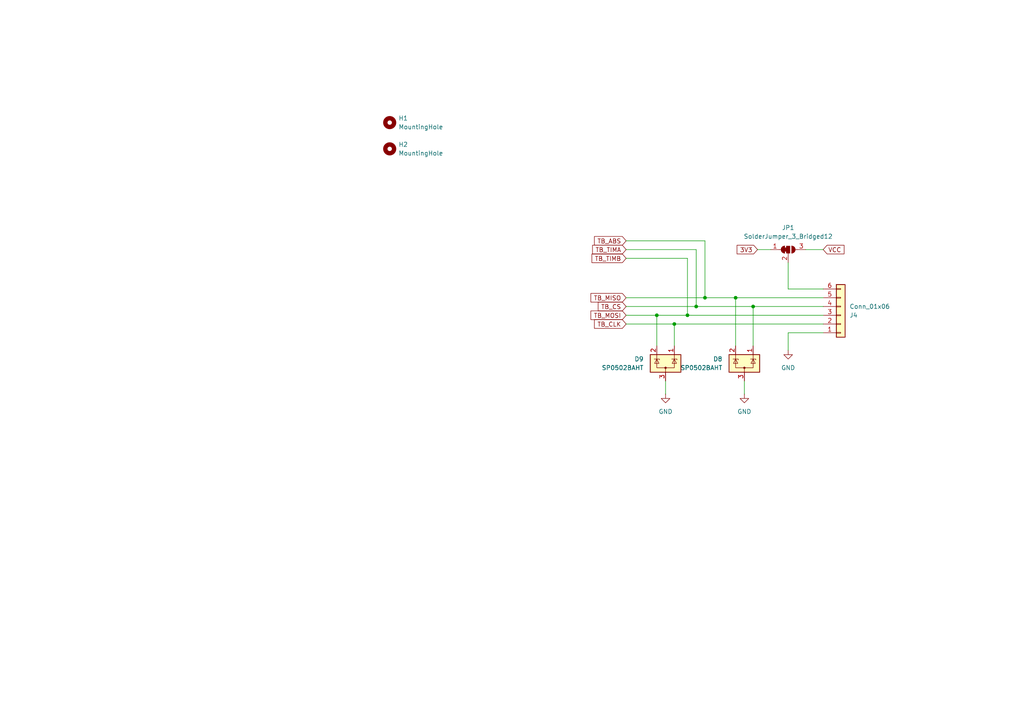
<source format=kicad_sch>
(kicad_sch (version 20250114) (generator "eeschema") (generator_version "9.0")
  (paper "A4")
  (lib_symbols
    (symbol "Connector_Generic:Conn_01x06" (pin_names (offset 1.016) (hide yes))
      (property "Reference" "J" (at 0 7.62 0))
      (property "Value" "Conn_01x06" (at 0 -10.16 0))
      (symbol "Conn_01x06_1_1"
        (rectangle (start -1.27 6.35) (end 1.27 -8.89) (stroke (width 0.254)) (fill (type background)))
        (rectangle (start -1.27 5.207) (end 0 4.953) (stroke (width 0.1524)))
        (rectangle (start -1.27 2.667) (end 0 2.413) (stroke (width 0.1524)))
        (rectangle (start -1.27 0.127) (end 0 -0.127) (stroke (width 0.1524)))
        (rectangle (start -1.27 -2.413) (end 0 -2.667) (stroke (width 0.1524)))
        (rectangle (start -1.27 -4.953) (end 0 -5.207) (stroke (width 0.1524)))
        (rectangle (start -1.27 -7.493) (end 0 -7.747) (stroke (width 0.1524)))
        (pin passive line (at -5.08 5.08 0) (length 3.81) (name "Pin_1") (number "1"))
        (pin passive line (at -5.08 2.54 0) (length 3.81) (name "Pin_2") (number "2"))
        (pin passive line (at -5.08 0 0) (length 3.81) (name "Pin_3") (number "3"))
        (pin passive line (at -5.08 -2.54 0) (length 3.81) (name "Pin_4") (number "4"))
        (pin passive line (at -5.08 -5.08 0) (length 3.81) (name "Pin_5") (number "5"))
        (pin passive line (at -5.08 -7.62 0) (length 3.81) (name "Pin_6") (number "6"))
      )
    )
    (symbol "Jumper:SolderJumper_3_Bridged12" (pin_names (offset 0) (hide yes)) (in_bom no)
      (property "Reference" "JP" (at -2.54 -2.54 0))
      (property "Value" "SolderJumper_3_Bridged12" (at 0 2.794 0))
      (symbol "SolderJumper_3_Bridged12_0_1"
        (polyline (pts (xy -2.54 0) (xy -2.032 0)))
        (polyline (pts (xy -1.016 1.016) (xy -1.016 -1.016)))
        (rectangle (start -1.016 0.508) (end -0.508 -0.508) (fill (type outline)))
        (arc (start -1.016 -1.016) (mid -2.0276 0) (end -1.016 1.016))
        (arc (start -1.016 -1.016) (mid -2.0276 0) (end -1.016 1.016) (fill (type outline)))
        (rectangle (start -0.508 1.016) (end 0.508 -1.016) (fill (type outline)))
        (polyline (pts (xy 0 -1.27) (xy 0 -1.016)))
        (arc (start 1.016 1.016) (mid 2.0276 0) (end 1.016 -1.016))
        (arc (start 1.016 1.016) (mid 2.0276 0) (end 1.016 -1.016) (fill (type outline)))
        (polyline (pts (xy 1.016 1.016) (xy 1.016 -1.016)))
        (polyline (pts (xy 2.54 0) (xy 2.032 0)))
      )
      (symbol "SolderJumper_3_Bridged12_1_1"
        (pin passive line (at -5.08 0 0) (length 2.54) (name "A") (number "1"))
        (pin passive line (at 0 -3.81 90) (length 2.54) (name "C") (number "2"))
        (pin passive line (at 5.08 0 180) (length 2.54) (name "B") (number "3"))
      )
    )
    (symbol "Mechanical:MountingHole" (pin_names (offset 1.016)) (in_bom no)
      (property "Reference" "H" (at 0 5.08 0))
      (property "Value" "MountingHole" (at 0 3.175 0))
      (symbol "MountingHole_0_1"
        (circle (center 0 0) (radius 1.27) (stroke (width 1.27)))
      )
    )
    (symbol "Power_Protection:SP0502BAHT" (pin_names (hide yes))
      (property "Reference" "D" (at 5.715 2.54 0))
      (property "Value" "SP0502BAHT" (at 5.715 0.635 0))
      (symbol "SP0502BAHT_0_0"
        (pin passive line (at 0 -5.08 90) (length 2.54) (name "A") (number "3"))
      )
      (symbol "SP0502BAHT_0_1"
        (rectangle (start -4.445 2.54) (end 4.445 -2.54) (stroke (width 0.254)) (fill (type background)))
        (polyline (pts (xy -3.302 1.016) (xy -3.302 1.27) (xy -1.905 1.27) (xy -1.778 1.27)))
        (polyline (pts (xy -2.54 2.54) (xy -2.54 1.27)))
        (polyline (pts (xy -2.54 1.27) (xy -2.54 -1.27) (xy 2.54 -1.27) (xy 2.54 1.27)))
        (polyline (pts (xy -2.54 1.27) (xy -1.905 0) (xy -3.175 0) (xy -2.54 1.27)))
        (polyline (pts (xy 0 -1.27) (xy 0 -2.54)))
        (circle (center 0 -1.27) (radius 0.254) (fill (type outline)))
        (polyline (pts (xy 1.778 1.016) (xy 1.778 1.27) (xy 3.175 1.27) (xy 3.302 1.27)))
        (polyline (pts (xy 2.54 2.54) (xy 2.54 1.27)))
        (polyline (pts (xy 2.54 1.27) (xy 1.905 0) (xy 3.175 0) (xy 2.54 1.27)))
      )
      (symbol "SP0502BAHT_1_1"
        (pin passive line (at -2.54 5.08 270) (length 2.54) (name "K") (number "1"))
        (pin passive line (at 2.54 5.08 270) (length 2.54) (name "K") (number "2"))
      )
    )
    (symbol "power:GND" (power) (pin_numbers (hide yes)) (pin_names (offset 0) (hide yes))
      (property "Value" "GND" (at 0 -3.81 0))
      (symbol "GND_0_1"
        (polyline (pts (xy 0 0) (xy 0 -1.27) (xy 1.27 -1.27) (xy 0 -2.54) (xy -1.27 -1.27) (xy 0 -1.27)))
      )
      (symbol "GND_1_1"
        (pin power_in line (at 0 0 270) (length 0) (name "~") (number "1"))
      )
    )
  )
  (junction (at 204.47 86.36))
  (junction (at 195.58 93.98))
  (junction (at 190.5 91.44))
  (junction (at 199.39 91.44))
  (junction (at 201.93 88.9))
  (junction (at 213.36 86.36))
  (junction (at 218.44 88.9))
  (wire (pts (xy 195.58 93.98) (xy 238.76 93.98)))
  (wire (pts (xy 181.61 91.44) (xy 190.5 91.44)))
  (wire (pts (xy 219.71 72.39) (xy 223.52 72.39)))
  (wire (pts (xy 181.61 86.36) (xy 204.47 86.36)))
  (wire (pts (xy 190.5 100.33) (xy 190.5 91.44)))
  (wire (pts (xy 213.36 86.36) (xy 213.36 100.33)))
  (wire (pts (xy 190.5 91.44) (xy 199.39 91.44)))
  (wire (pts (xy 213.36 86.36) (xy 238.76 86.36)))
  (wire (pts (xy 228.6 83.82) (xy 238.76 83.82)))
  (wire (pts (xy 181.61 93.98) (xy 195.58 93.98)))
  (wire (pts (xy 181.61 88.9) (xy 201.93 88.9)))
  (wire (pts (xy 181.61 69.85) (xy 204.47 69.85)))
  (wire (pts (xy 181.61 74.93) (xy 199.39 74.93)))
  (wire (pts (xy 201.93 72.39) (xy 201.93 88.9)))
  (wire (pts (xy 233.68 72.39) (xy 238.76 72.39)))
  (wire (pts (xy 228.6 96.52) (xy 228.6 101.6)))
  (wire (pts (xy 218.44 88.9) (xy 218.44 100.33)))
  (wire (pts (xy 181.61 72.39) (xy 201.93 72.39)))
  (wire (pts (xy 215.9 110.49) (xy 215.9 114.3)))
  (wire (pts (xy 238.76 96.52) (xy 228.6 96.52)))
  (wire (pts (xy 201.93 88.9) (xy 218.44 88.9)))
  (wire (pts (xy 204.47 86.36) (xy 213.36 86.36)))
  (wire (pts (xy 228.6 76.2) (xy 228.6 83.82)))
  (wire (pts (xy 193.04 110.49) (xy 193.04 114.3)))
  (wire (pts (xy 218.44 88.9) (xy 238.76 88.9)))
  (wire (pts (xy 199.39 91.44) (xy 238.76 91.44)))
  (wire (pts (xy 199.39 74.93) (xy 199.39 91.44)))
  (wire (pts (xy 195.58 93.98) (xy 195.58 100.33)))
  (wire (pts (xy 204.47 69.85) (xy 204.47 86.36)))
  (global_label "TB_CS" (shape input) (at 181.61 88.9 180) (property "Intersheetrefs" "${INTERSHEET_REFS}" (effects (hide yes))))
  (global_label "3V3" (shape input) (at 219.71 72.39 180) (property "Intersheetrefs" "${INTERSHEET_REFS}" (effects (hide yes))))
  (global_label "TB_ABS" (shape input) (at 181.61 69.85 180) (property "Intersheetrefs" "${INTERSHEET_REFS}" (effects (hide yes))))
  (global_label "TB_TIMB" (shape input) (at 181.61 74.93 180) (property "Intersheetrefs" "${INTERSHEET_REFS}" (effects (hide yes))))
  (global_label "TB_MOSI" (shape input) (at 181.61 91.44 180) (property "Intersheetrefs" "${INTERSHEET_REFS}" (effects (hide yes))))
  (global_label "TB_MISO" (shape input) (at 181.61 86.36 180) (property "Intersheetrefs" "${INTERSHEET_REFS}" (effects (hide yes))))
  (global_label "TB_CLK" (shape input) (at 181.61 93.98 180) (property "Intersheetrefs" "${INTERSHEET_REFS}" (effects (hide yes))))
  (global_label "VCC" (shape input) (at 238.76 72.39 0) (property "Intersheetrefs" "${INTERSHEET_REFS}" (effects (hide yes))))
  (global_label "TB_TIMA" (shape input) (at 181.61 72.39 180) (property "Intersheetrefs" "${INTERSHEET_REFS}" (effects (hide yes))))
  (symbol (lib_id "Mechanical:MountingHole") (at 113.03 35.56 0) (unit 1) (in_bom no)
    (property "Reference" "H1" (at 115.57 34.2899 0) (effects (justify left)))
    (property "Value" "MountingHole" (at 115.57 36.8299 0) (effects (justify left)))
    (property "Footprint" "MountingHole:MountingHole_2.2mm_M2" (effects (hide yes)))
    (property "Description" "Mounting Hole without connection" (effects (hide yes)))
  )
  (symbol (lib_id "Power_Protection:SP0502BAHT") (at 215.9 105.41 0) (mirror y) (unit 1)
    (property "Reference" "D8" (at 209.55 104.14 0) (effects (justify left)))
    (property "Value" "SP0502BAHT" (at 209.55 106.68 0) (effects (justify left)))
    (property "Footprint" "Package_TO_SOT_SMD:SOT-23" (effects (hide yes)))
    (property "Datasheet" "http://www.littelfuse.com/~/media/files/littelfuse/technical%20resources/documents/data%20sheets/sp05xxba.pdf" (effects (hide yes)))
    (property "JLCPCB" "C32677" (effects (hide yes)))
  )
  (symbol (lib_id "Connector_Generic:Conn_01x06") (at 243.84 91.44 0) (mirror x) (unit 1)
    (property "Reference" "J4" (at 246.38 91.4401 0) (effects (justify left)))
    (property "Value" "Conn_01x06" (at 246.38 88.9001 0) (effects (justify left)))
    (property "Footprint" "Connector_JST:JST_PH_S6B-PH-K_1x06_P2.00mm_Horizontal" (effects (hide yes)))
    (property "Description" "Generic connector, single row, 01x06, script generated (kicad-library-utils/schlib/autogen/connector/)" (effects (hide yes)))
    (property "JLCPCB" "C157920" (effects (hide yes)))
  )
  (symbol (lib_id "Power_Protection:SP0502BAHT") (at 193.04 105.41 0) (mirror y) (unit 1)
    (property "Reference" "D9" (at 186.69 104.14 0) (effects (justify left)))
    (property "Value" "SP0502BAHT" (at 186.69 106.68 0) (effects (justify left)))
    (property "Footprint" "Package_TO_SOT_SMD:SOT-23" (effects (hide yes)))
    (property "Datasheet" "http://www.littelfuse.com/~/media/files/littelfuse/technical%20resources/documents/data%20sheets/sp05xxba.pdf" (effects (hide yes)))
    (property "JLCPCB" "C32677" (effects (hide yes)))
  )
  (symbol (lib_id "Mechanical:MountingHole") (at 113.03 43.18 0) (unit 1) (in_bom no)
    (property "Reference" "H2" (at 115.57 41.9099 0) (effects (justify left)))
    (property "Value" "MountingHole" (at 115.57 44.4499 0) (effects (justify left)))
    (property "Footprint" "MountingHole:MountingHole_2.2mm_M2" (effects (hide yes)))
    (property "Description" "Mounting Hole without connection" (effects (hide yes)))
  )
  (symbol (lib_id "power:GND") (at 215.9 114.3 0) (unit 1)
    (property "Reference" "#PWR05" (effects (hide yes)))
    (property "Value" "GND" (at 215.9 119.38 0))
    (property "Description" "Power symbol creates a global label with name \"GND\" , ground" (effects (hide yes)))
  )
  (symbol (lib_id "power:GND") (at 228.6 101.6 0) (unit 1)
    (property "Reference" "#PWR01" (effects (hide yes)))
    (property "Value" "GND" (at 228.6 106.68 0))
    (property "Description" "Power symbol creates a global label with name \"GND\" , ground" (effects (hide yes)))
  )
  (symbol (lib_id "Jumper:SolderJumper_3_Bridged12") (at 228.6 72.39 0) (unit 1) (in_bom no)
    (property "Reference" "JP1" (at 228.6 66.04 0))
    (property "Value" "SolderJumper_3_Bridged12" (at 228.6 68.58 0))
    (property "Footprint" "Jumper:SolderJumper-3_P1.3mm_Bridged2Bar12_RoundedPad1.0x1.5mm_NumberLabels" (effects (hide yes)))
    (property "Description" "3-pole Solder Jumper, pins 1+2 closed/bridged" (effects (hide yes)))
  )
  (symbol (lib_id "power:GND") (at 193.04 114.3 0) (unit 1)
    (property "Reference" "#PWR06" (effects (hide yes)))
    (property "Value" "GND" (at 193.04 119.38 0))
    (property "Description" "Power symbol creates a global label with name \"GND\" , ground" (effects (hide yes)))
  )
)
</source>
